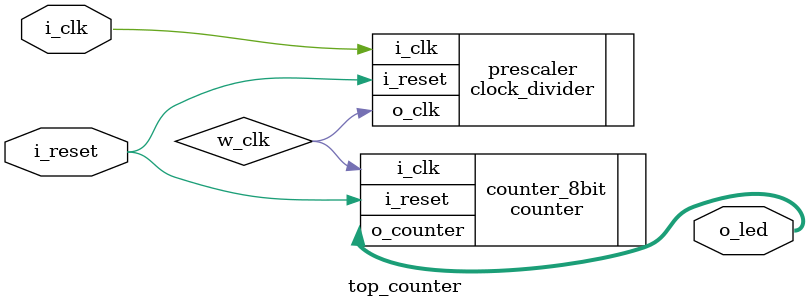
<source format=v>
`timescale 1ns / 1ps


module top_counter(
    input i_clk,
    input i_reset,

    output [7:0] o_led

    );

    wire w_clk;

    clock_divider prescaler(
        .i_clk(i_clk),
        .i_reset(i_reset),
        .o_clk(w_clk)
    );

    counter counter_8bit(
        .i_clk(w_clk),
        .i_reset(i_reset),
        .o_counter(o_led)
    );

endmodule

</source>
